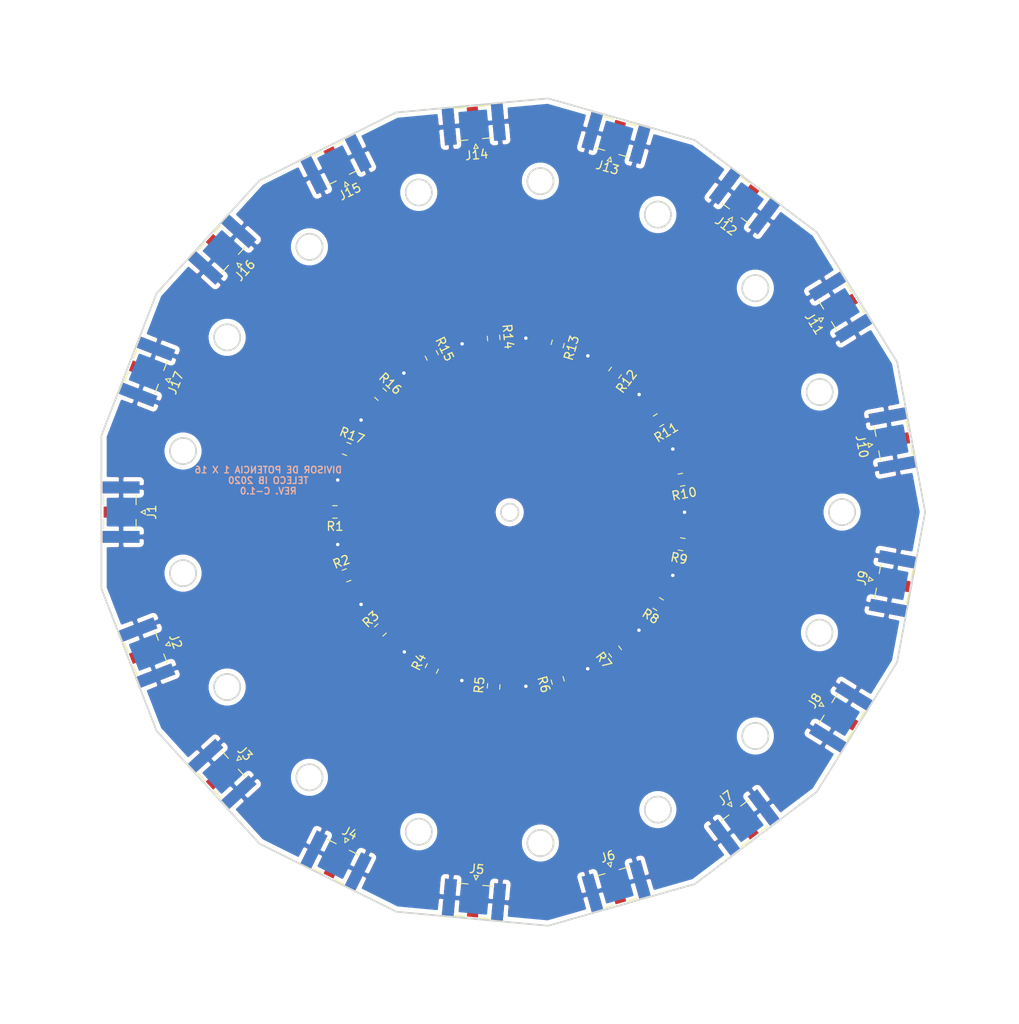
<source format=kicad_pcb>
(kicad_pcb (version 20171130) (host pcbnew 5.1.6-c6e7f7d~86~ubuntu18.04.1)
  (title_block (title "Divisor de potencia resistivo 1x16 - Coplanar") (date 2020-05-13) (rev PCB-C-1.0) (company "Instituto Balseiro") (comment 1 "Ingeniería en Telecomunicaciones") (comment 2 "Quinteros del Castillo, José Ignacio") (comment 3 "Sistema para Emulación, Adquisición y Procesamiento de Datos de Matrices de Sensores"))
  (layers (0 F.Cu signal) (31 B.Cu signal hide) (34 B.Paste user hide) (35 F.Paste user) (36 B.SilkS user hide) (37 F.SilkS user) (38 B.Mask user hide) (39 F.Mask user) (44 Edge.Cuts user))
  (net 0 "")
  (net 1 "Net-(J1-Pad1)")
  (net 2 GND)
  (net 3 "Net-(J2-Pad1)")
  (net 4 "Net-(J3-Pad1)")
  (net 5 "Net-(J4-Pad1)")
  (net 6 "Net-(J5-Pad1)")
  (net 7 "Net-(J6-Pad1)")
  (net 8 "Net-(J7-Pad1)")
  (net 9 "Net-(J8-Pad1)")
  (net 10 "Net-(J9-Pad1)")
  (net 11 "Net-(J10-Pad1)")
  (net 12 "Net-(J11-Pad1)")
  (net 13 "Net-(J12-Pad1)")
  (net 14 "Net-(J13-Pad1)")
  (net 15 "Net-(J14-Pad1)")
  (net 16 "Net-(J15-Pad1)")
  (net 17 "Net-(J16-Pad1)")
  (net 18 "Net-(J17-Pad1)")
  (net 19 "Net-(R1-Pad1)")
  (module Connector_Coaxial:SMA_Samtec_SMA-J-P-X-ST-EM1_EdgeMount (layer F.Cu) (at 81.162349 100.789239 270)
    (fp_text reference J1 (at 0 -3.5 90) (layer F.SilkS))
    (fp_text value SMA_Female)
    (fp_line (start 0.84 -1.71) (end 1.95 -1.71) (layer F.SilkS) (width 0.12))
    (fp_line (start -1.95 -1.71) (end -0.84 -1.71) (layer F.SilkS) (width 0.12))
    (fp_line (start 0.84 2) (end 1.95 2) (layer F.SilkS) (width 0.12))
    (fp_line (start -1.95 2) (end -0.84 2) (layer F.SilkS) (width 0.12))
    (fp_line (start 0 -2.26) (end 0.25 -2.76) (layer F.SilkS) (width 0.12))
    (fp_line (start 0.25 -2.76) (end -0.25 -2.76) (layer F.SilkS) (width 0.12))
    (fp_line (start -0.25 -2.76) (end 0 -2.26) (layer F.SilkS) (width 0.12))
    (pad 2 smd rect (at -2.825 0 270) (size 1.35 4.2) (layers B.Cu B.Paste B.Mask) (net 2 GND))
    (pad 2 smd rect (at 2.825 0 270) (size 1.35 4.2) (layers B.Cu B.Paste B.Mask) (net 2 GND))
    (pad 2 smd rect (at -2.825 0 270) (size 1.35 4.2) (layers F.Cu F.Paste F.Mask) (net 2 GND))
    (pad 2 smd rect (at 2.825 0 270) (size 1.35 4.2) (layers F.Cu F.Paste F.Mask) (net 2 GND))
    (pad 1 smd rect (at 0 0.2 270) (size 1.27 3.6) (layers F.Cu F.Paste F.Mask) (net 1 "Net-(J1-Pad1)"))
  )
  (module Resistor_SMD:R_0805_2012Metric_Pad1.15x1.40mm_HandSolder (layer F.Cu) (at 105.612347 100.764241 180)
    (fp_text reference R1 (at 0 -1.65) (layer F.SilkS))
    (fp_text value 43)
    (fp_line (start -0.261252 -0.71) (end 0.261252 -0.71) (layer F.SilkS) (width 0.12))
    (fp_line (start -0.261252 0.71) (end 0.261252 0.71) (layer F.SilkS) (width 0.12))
    (pad 2 smd roundrect (at 1.025 0 180) (size 1.15 1.4) (layers F.Cu F.Paste F.Mask) (roundrect_rratio 0.217391) (net 1 "Net-(J1-Pad1)"))
    (pad 1 smd roundrect (at -1.025 0 180) (size 1.15 1.4) (layers F.Cu F.Paste F.Mask) (roundrect_rratio 0.217391) (net 19 "Net-(R1-Pad1)"))
  )
  (module Resistor_SMD:R_0805_2012Metric_Pad1.15x1.40mm_HandSolder (layer F.Cu) (at 106.957352 93.564242 338.8)
    (fp_text reference R17 (at 0 -1.65 158.8) (layer F.SilkS))
    (fp_text value 43)
    (fp_line (start -0.261252 0.71) (end 0.261252 0.71) (layer F.SilkS) (width 0.12))
    (fp_line (start -0.261252 -0.71) (end 0.261252 -0.71) (layer F.SilkS) (width 0.12))
    (pad 1 smd roundrect (at -1.025 0 338.8) (size 1.15 1.4) (layers F.Cu F.Paste F.Mask) (roundrect_rratio 0.217391) (net 18 "Net-(J17-Pad1)"))
    (pad 2 smd roundrect (at 1.025 0 338.8) (size 1.15 1.4) (layers F.Cu F.Paste F.Mask) (roundrect_rratio 0.217391) (net 19 "Net-(R1-Pad1)"))
  )
  (module Resistor_SMD:R_0805_2012Metric_Pad1.15x1.40mm_HandSolder (layer F.Cu) (at 110.827354 87.314239 317.7)
    (fp_text reference R16 (at 0 -1.65 137.7) (layer F.SilkS))
    (fp_text value 43)
    (fp_line (start -0.261252 0.71) (end 0.261252 0.71) (layer F.SilkS) (width 0.12))
    (fp_line (start -0.261252 -0.71) (end 0.261252 -0.71) (layer F.SilkS) (width 0.12))
    (pad 1 smd roundrect (at -1.025 0 317.7) (size 1.15 1.4) (layers F.Cu F.Paste F.Mask) (roundrect_rratio 0.217391) (net 17 "Net-(J16-Pad1)"))
    (pad 2 smd roundrect (at 1.025 0 317.7) (size 1.15 1.4) (layers F.Cu F.Paste F.Mask) (roundrect_rratio 0.217391) (net 19 "Net-(R1-Pad1)"))
  )
  (module Resistor_SMD:R_0805_2012Metric_Pad1.15x1.40mm_HandSolder (layer F.Cu) (at 116.677349 82.874238 296.5)
    (fp_text reference R15 (at 0 -1.65 116.5) (layer F.SilkS))
    (fp_text value 43)
    (fp_line (start -0.261252 0.71) (end 0.261252 0.71) (layer F.SilkS) (width 0.12))
    (fp_line (start -0.261252 -0.71) (end 0.261252 -0.71) (layer F.SilkS) (width 0.12))
    (pad 1 smd roundrect (at -1.025 0 296.5) (size 1.15 1.4) (layers F.Cu F.Paste F.Mask) (roundrect_rratio 0.217391) (net 16 "Net-(J15-Pad1)"))
    (pad 2 smd roundrect (at 1.025 0 296.5) (size 1.15 1.4) (layers F.Cu F.Paste F.Mask) (roundrect_rratio 0.217391) (net 19 "Net-(R1-Pad1)"))
  )
  (module Resistor_SMD:R_0805_2012Metric_Pad1.15x1.40mm_HandSolder (layer F.Cu) (at 123.75735 80.874241 275.3)
    (fp_text reference R14 (at 0 -1.65 95.3) (layer F.SilkS))
    (fp_text value 43)
    (fp_line (start -0.261252 0.71) (end 0.261252 0.71) (layer F.SilkS) (width 0.12))
    (fp_line (start -0.261252 -0.71) (end 0.261252 -0.71) (layer F.SilkS) (width 0.12))
    (pad 1 smd roundrect (at -1.025 0 275.3) (size 1.15 1.4) (layers F.Cu F.Paste F.Mask) (roundrect_rratio 0.217391) (net 15 "Net-(J14-Pad1)"))
    (pad 2 smd roundrect (at 1.025 0 275.3) (size 1.15 1.4) (layers F.Cu F.Paste F.Mask) (roundrect_rratio 0.217391) (net 19 "Net-(R1-Pad1)"))
  )
  (module Resistor_SMD:R_0805_2012Metric_Pad1.15x1.40mm_HandSolder (layer F.Cu) (at 131.077348 81.564237 254.1)
    (fp_text reference R13 (at 0 -1.65 74.1) (layer F.SilkS))
    (fp_text value 43)
    (fp_line (start -0.261252 0.71) (end 0.261252 0.71) (layer F.SilkS) (width 0.12))
    (fp_line (start -0.261252 -0.71) (end 0.261252 -0.71) (layer F.SilkS) (width 0.12))
    (pad 1 smd roundrect (at -1.025 0 254.1) (size 1.15 1.4) (layers F.Cu F.Paste F.Mask) (roundrect_rratio 0.217391) (net 14 "Net-(J13-Pad1)"))
    (pad 2 smd roundrect (at 1.025 0 254.1) (size 1.15 1.4) (layers F.Cu F.Paste F.Mask) (roundrect_rratio 0.217391) (net 19 "Net-(R1-Pad1)"))
  )
  (module Resistor_SMD:R_0805_2012Metric_Pad1.15x1.40mm_HandSolder (layer F.Cu) (at 137.637348 84.854239 233)
    (fp_text reference R12 (at 0 -1.65 53) (layer F.SilkS))
    (fp_text value 43)
    (fp_line (start -0.261252 0.71) (end 0.261252 0.71) (layer F.SilkS) (width 0.12))
    (fp_line (start -0.261252 -0.71) (end 0.261252 -0.71) (layer F.SilkS) (width 0.12))
    (pad 1 smd roundrect (at -1.025 0 233) (size 1.15 1.4) (layers F.Cu F.Paste F.Mask) (roundrect_rratio 0.217391) (net 13 "Net-(J12-Pad1)"))
    (pad 2 smd roundrect (at 1.025 0 233) (size 1.15 1.4) (layers F.Cu F.Paste F.Mask) (roundrect_rratio 0.217391) (net 19 "Net-(R1-Pad1)"))
  )
  (module Resistor_SMD:R_0805_2012Metric_Pad1.15x1.40mm_HandSolder (layer F.Cu) (at 142.607349 90.284239 211.8)
    (fp_text reference R11 (at 0 -1.65 31.8) (layer F.SilkS))
    (fp_text value 43)
    (fp_line (start -0.261252 0.71) (end 0.261252 0.71) (layer F.SilkS) (width 0.12))
    (fp_line (start -0.261252 -0.71) (end 0.261252 -0.71) (layer F.SilkS) (width 0.12))
    (pad 1 smd roundrect (at -1.025 0 211.8) (size 1.15 1.4) (layers F.Cu F.Paste F.Mask) (roundrect_rratio 0.217391) (net 12 "Net-(J11-Pad1)"))
    (pad 2 smd roundrect (at 1.025 0 211.8) (size 1.15 1.4) (layers F.Cu F.Paste F.Mask) (roundrect_rratio 0.217391) (net 19 "Net-(R1-Pad1)"))
  )
  (module Resistor_SMD:R_0805_2012Metric_Pad1.15x1.40mm_HandSolder (layer F.Cu) (at 145.237351 97.094241 190.6)
    (fp_text reference R10 (at 0 -1.65 10.6) (layer F.SilkS))
    (fp_text value 43)
    (fp_line (start -0.261252 0.71) (end 0.261252 0.71) (layer F.SilkS) (width 0.12))
    (fp_line (start -0.261252 -0.71) (end 0.261252 -0.71) (layer F.SilkS) (width 0.12))
    (pad 1 smd roundrect (at -1.025 0 190.6) (size 1.15 1.4) (layers F.Cu F.Paste F.Mask) (roundrect_rratio 0.217391) (net 11 "Net-(J10-Pad1)"))
    (pad 2 smd roundrect (at 1.025 0 190.6) (size 1.15 1.4) (layers F.Cu F.Paste F.Mask) (roundrect_rratio 0.217391) (net 19 "Net-(R1-Pad1)"))
  )
  (module Resistor_SMD:R_0805_2012Metric_Pad1.15x1.40mm_HandSolder (layer F.Cu) (at 145.257348 104.464239 169.4)
    (fp_text reference R9 (at 0 -1.65 169.4) (layer F.SilkS))
    (fp_text value 43)
    (fp_line (start -0.261252 0.71) (end 0.261252 0.71) (layer F.SilkS) (width 0.12))
    (fp_line (start -0.261252 -0.71) (end 0.261252 -0.71) (layer F.SilkS) (width 0.12))
    (pad 1 smd roundrect (at -1.025 0 169.4) (size 1.15 1.4) (layers F.Cu F.Paste F.Mask) (roundrect_rratio 0.217391) (net 10 "Net-(J9-Pad1)"))
    (pad 2 smd roundrect (at 1.025 0 169.4) (size 1.15 1.4) (layers F.Cu F.Paste F.Mask) (roundrect_rratio 0.217391) (net 19 "Net-(R1-Pad1)"))
  )
  (module Resistor_SMD:R_0805_2012Metric_Pad1.15x1.40mm_HandSolder (layer F.Cu) (at 142.567343 111.30424 148.3)
    (fp_text reference R8 (at 0 -1.65 148.3) (layer F.SilkS))
    (fp_text value 43)
    (fp_line (start -0.261252 0.71) (end 0.261252 0.71) (layer F.SilkS) (width 0.12))
    (fp_line (start -0.261252 -0.71) (end 0.261252 -0.71) (layer F.SilkS) (width 0.12))
    (pad 1 smd roundrect (at -1.025 0 148.3) (size 1.15 1.4) (layers F.Cu F.Paste F.Mask) (roundrect_rratio 0.217391) (net 9 "Net-(J8-Pad1)"))
    (pad 2 smd roundrect (at 1.025 0 148.3) (size 1.15 1.4) (layers F.Cu F.Paste F.Mask) (roundrect_rratio 0.217391) (net 19 "Net-(R1-Pad1)"))
  )
  (module Resistor_SMD:R_0805_2012Metric_Pad1.15x1.40mm_HandSolder (layer F.Cu) (at 137.647351 116.734239 127.1)
    (fp_text reference R7 (at 0 -1.65 127.1) (layer F.SilkS))
    (fp_text value 43)
    (fp_line (start -0.261252 0.71) (end 0.261252 0.71) (layer F.SilkS) (width 0.12))
    (fp_line (start -0.261252 -0.71) (end 0.261252 -0.71) (layer F.SilkS) (width 0.12))
    (pad 1 smd roundrect (at -1.025 0 127.1) (size 1.15 1.4) (layers F.Cu F.Paste F.Mask) (roundrect_rratio 0.217391) (net 8 "Net-(J7-Pad1)"))
    (pad 2 smd roundrect (at 1.025 0 127.1) (size 1.15 1.4) (layers F.Cu F.Paste F.Mask) (roundrect_rratio 0.217391) (net 19 "Net-(R1-Pad1)"))
  )
  (module Resistor_SMD:R_0805_2012Metric_Pad1.15x1.40mm_HandSolder (layer F.Cu) (at 131.077348 120.034238 105.9)
    (fp_text reference R6 (at 0 -1.65 105.9) (layer F.SilkS))
    (fp_text value 43)
    (fp_line (start -0.261252 0.71) (end 0.261252 0.71) (layer F.SilkS) (width 0.12))
    (fp_line (start -0.261252 -0.71) (end 0.261252 -0.71) (layer F.SilkS) (width 0.12))
    (pad 1 smd roundrect (at -1.025 0 105.9) (size 1.15 1.4) (layers F.Cu F.Paste F.Mask) (roundrect_rratio 0.217391) (net 7 "Net-(J6-Pad1)"))
    (pad 2 smd roundrect (at 1.025 0 105.9) (size 1.15 1.4) (layers F.Cu F.Paste F.Mask) (roundrect_rratio 0.217391) (net 19 "Net-(R1-Pad1)"))
  )
  (module Resistor_SMD:R_0805_2012Metric_Pad1.15x1.40mm_HandSolder (layer F.Cu) (at 123.757349 120.71424 84.7)
    (fp_text reference R5 (at 0 -1.65 84.7) (layer F.SilkS))
    (fp_text value 43)
    (fp_line (start -0.261252 0.71) (end 0.261252 0.71) (layer F.SilkS) (width 0.12))
    (fp_line (start -0.261252 -0.71) (end 0.261252 -0.71) (layer F.SilkS) (width 0.12))
    (pad 1 smd roundrect (at -1.025 0 84.7) (size 1.15 1.4) (layers F.Cu F.Paste F.Mask) (roundrect_rratio 0.217391) (net 6 "Net-(J5-Pad1)"))
    (pad 2 smd roundrect (at 1.025 0 84.7) (size 1.15 1.4) (layers F.Cu F.Paste F.Mask) (roundrect_rratio 0.217391) (net 19 "Net-(R1-Pad1)"))
  )
  (module Resistor_SMD:R_0805_2012Metric_Pad1.15x1.40mm_HandSolder (layer F.Cu) (at 116.68735 118.664241 63.6)
    (fp_text reference R4 (at 0 -1.65 63.6) (layer F.SilkS))
    (fp_text value 43)
    (fp_line (start -0.261252 -0.71) (end 0.261252 -0.71) (layer F.SilkS) (width 0.12))
    (fp_line (start -0.261252 0.71) (end 0.261252 0.71) (layer F.SilkS) (width 0.12))
    (pad 2 smd roundrect (at 1.025 0 63.6) (size 1.15 1.4) (layers F.Cu F.Paste F.Mask) (roundrect_rratio 0.217391) (net 19 "Net-(R1-Pad1)"))
    (pad 1 smd roundrect (at -1.025 0 63.6) (size 1.15 1.4) (layers F.Cu F.Paste F.Mask) (roundrect_rratio 0.217391) (net 5 "Net-(J4-Pad1)"))
  )
  (module Resistor_SMD:R_0805_2012Metric_Pad1.15x1.40mm_HandSolder (layer F.Cu) (at 110.812349 114.264237 42.4)
    (fp_text reference R3 (at 0 -1.65 42.4) (layer F.SilkS))
    (fp_text value 43)
    (fp_line (start -0.261252 -0.71) (end 0.261252 -0.71) (layer F.SilkS) (width 0.12))
    (fp_line (start -0.261252 0.71) (end 0.261252 0.71) (layer F.SilkS) (width 0.12))
    (pad 2 smd roundrect (at 1.025 0 42.4) (size 1.15 1.4) (layers F.Cu F.Paste F.Mask) (roundrect_rratio 0.217391) (net 19 "Net-(R1-Pad1)"))
    (pad 1 smd roundrect (at -1.025 0 42.4) (size 1.15 1.4) (layers F.Cu F.Paste F.Mask) (roundrect_rratio 0.217391) (net 4 "Net-(J3-Pad1)"))
  )
  (module Resistor_SMD:R_0805_2012Metric_Pad1.15x1.40mm_HandSolder (layer F.Cu) (at 106.937352 108.01424 21.2)
    (fp_text reference R2 (at 0 -1.65 21.2) (layer F.SilkS))
    (fp_text value 43)
    (fp_line (start -0.261252 -0.71) (end 0.261252 -0.71) (layer F.SilkS) (width 0.12))
    (fp_line (start -0.261252 0.71) (end 0.261252 0.71) (layer F.SilkS) (width 0.12))
    (pad 2 smd roundrect (at 1.025 0 21.2) (size 1.15 1.4) (layers F.Cu F.Paste F.Mask) (roundrect_rratio 0.217391) (net 19 "Net-(R1-Pad1)"))
    (pad 1 smd roundrect (at -1.025 0 21.2) (size 1.15 1.4) (layers F.Cu F.Paste F.Mask) (roundrect_rratio 0.217391) (net 3 "Net-(J2-Pad1)"))
  )
  (module Connector_Coaxial:SMA_Samtec_SMA-J-P-X-ST-EM1_EdgeMount (layer F.Cu) (at 84.137349 84.754241 248.8)
    (fp_text reference J17 (at 0 -3.5 68.8) (layer F.SilkS))
    (fp_text value SMA_Female)
    (fp_line (start 0.84 -1.71) (end 1.95 -1.71) (layer F.SilkS) (width 0.12))
    (fp_line (start -1.95 -1.71) (end -0.84 -1.71) (layer F.SilkS) (width 0.12))
    (fp_line (start 0.84 2) (end 1.95 2) (layer F.SilkS) (width 0.12))
    (fp_line (start -1.95 2) (end -0.84 2) (layer F.SilkS) (width 0.12))
    (fp_line (start 0 -2.26) (end 0.25 -2.76) (layer F.SilkS) (width 0.12))
    (fp_line (start 0.25 -2.76) (end -0.25 -2.76) (layer F.SilkS) (width 0.12))
    (fp_line (start -0.25 -2.76) (end 0 -2.26) (layer F.SilkS) (width 0.12))
    (pad 2 smd rect (at -2.825 0 248.8) (size 1.35 4.2) (layers B.Cu B.Paste B.Mask) (net 2 GND))
    (pad 2 smd rect (at 2.825 0 248.8) (size 1.35 4.2) (layers B.Cu B.Paste B.Mask) (net 2 GND))
    (pad 2 smd rect (at -2.825 0 248.8) (size 1.35 4.2) (layers F.Cu F.Paste F.Mask) (net 2 GND))
    (pad 2 smd rect (at 2.825 0 248.8) (size 1.35 4.2) (layers F.Cu F.Paste F.Mask) (net 2 GND))
    (pad 1 smd rect (at 0 0.2 248.8) (size 1.27 3.6) (layers F.Cu F.Paste F.Mask) (net 18 "Net-(J17-Pad1)"))
  )
  (module Connector_Coaxial:SMA_Samtec_SMA-J-P-X-ST-EM1_EdgeMount (layer F.Cu) (at 92.737348 70.794243 227.7)
    (fp_text reference J16 (at 0 -3.5 47.7) (layer F.SilkS))
    (fp_text value SMA_Female)
    (fp_line (start 0.84 -1.71) (end 1.95 -1.71) (layer F.SilkS) (width 0.12))
    (fp_line (start -1.95 -1.71) (end -0.84 -1.71) (layer F.SilkS) (width 0.12))
    (fp_line (start 0.84 2) (end 1.95 2) (layer F.SilkS) (width 0.12))
    (fp_line (start -1.95 2) (end -0.84 2) (layer F.SilkS) (width 0.12))
    (fp_line (start 0 -2.26) (end 0.25 -2.76) (layer F.SilkS) (width 0.12))
    (fp_line (start 0.25 -2.76) (end -0.25 -2.76) (layer F.SilkS) (width 0.12))
    (fp_line (start -0.25 -2.76) (end 0 -2.26) (layer F.SilkS) (width 0.12))
    (pad 2 smd rect (at -2.825 0 227.7) (size 1.35 4.2) (layers B.Cu B.Paste B.Mask) (net 2 GND))
    (pad 2 smd rect (at 2.825 0 227.7) (size 1.35 4.2) (layers B.Cu B.Paste B.Mask) (net 2 GND))
    (pad 2 smd rect (at -2.825 0 227.7) (size 1.35 4.2) (layers F.Cu F.Paste F.Mask) (net 2 GND))
    (pad 2 smd rect (at 2.825 0 227.7) (size 1.35 4.2) (layers F.Cu F.Paste F.Mask) (net 2 GND))
    (pad 1 smd rect (at 0 0.2 227.7) (size 1.27 3.6) (layers F.Cu F.Paste F.Mask) (net 17 "Net-(J16-Pad1)"))
  )
  (module Connector_Coaxial:SMA_Samtec_SMA-J-P-X-ST-EM1_EdgeMount (layer F.Cu) (at 105.747347 61.014238 206.5)
    (fp_text reference J15 (at 0 -3.5 26.5) (layer F.SilkS))
    (fp_text value SMA_Female)
    (fp_line (start 0.84 -1.71) (end 1.95 -1.71) (layer F.SilkS) (width 0.12))
    (fp_line (start -1.95 -1.71) (end -0.84 -1.71) (layer F.SilkS) (width 0.12))
    (fp_line (start 0.84 2) (end 1.95 2) (layer F.SilkS) (width 0.12))
    (fp_line (start -1.95 2) (end -0.84 2) (layer F.SilkS) (width 0.12))
    (fp_line (start 0 -2.26) (end 0.25 -2.76) (layer F.SilkS) (width 0.12))
    (fp_line (start 0.25 -2.76) (end -0.25 -2.76) (layer F.SilkS) (width 0.12))
    (fp_line (start -0.25 -2.76) (end 0 -2.26) (layer F.SilkS) (width 0.12))
    (pad 2 smd rect (at -2.825 0 206.5) (size 1.35 4.2) (layers B.Cu B.Paste B.Mask) (net 2 GND))
    (pad 2 smd rect (at 2.825 0 206.5) (size 1.35 4.2) (layers B.Cu B.Paste B.Mask) (net 2 GND))
    (pad 2 smd rect (at -2.825 0 206.5) (size 1.35 4.2) (layers F.Cu F.Paste F.Mask) (net 2 GND))
    (pad 2 smd rect (at 2.825 0 206.5) (size 1.35 4.2) (layers F.Cu F.Paste F.Mask) (net 2 GND))
    (pad 1 smd rect (at 0 0.2 206.5) (size 1.27 3.6) (layers F.Cu F.Paste F.Mask) (net 16 "Net-(J15-Pad1)"))
  )
  (module Connector_Coaxial:SMA_Samtec_SMA-J-P-X-ST-EM1_EdgeMount (layer F.Cu) (at 121.487345 56.454241 185.3)
    (fp_text reference J14 (at 0 -3.5 5.3) (layer F.SilkS))
    (fp_text value SMA_Female)
    (fp_line (start 0.84 -1.71) (end 1.95 -1.71) (layer F.SilkS) (width 0.12))
    (fp_line (start -1.95 -1.71) (end -0.84 -1.71) (layer F.SilkS) (width 0.12))
    (fp_line (start 0.84 2) (end 1.95 2) (layer F.SilkS) (width 0.12))
    (fp_line (start -1.95 2) (end -0.84 2) (layer F.SilkS) (width 0.12))
    (fp_line (start 0 -2.26) (end 0.25 -2.76) (layer F.SilkS) (width 0.12))
    (fp_line (start 0.25 -2.76) (end -0.25 -2.76) (layer F.SilkS) (width 0.12))
    (fp_line (start -0.25 -2.76) (end 0 -2.26) (layer F.SilkS) (width 0.12))
    (pad 2 smd rect (at -2.825 0 185.3) (size 1.35 4.2) (layers B.Cu B.Paste B.Mask) (net 2 GND))
    (pad 2 smd rect (at 2.825 0 185.3) (size 1.35 4.2) (layers B.Cu B.Paste B.Mask) (net 2 GND))
    (pad 2 smd rect (at -2.825 0 185.3) (size 1.35 4.2) (layers F.Cu F.Paste F.Mask) (net 2 GND))
    (pad 2 smd rect (at 2.825 0 185.3) (size 1.35 4.2) (layers F.Cu F.Paste F.Mask) (net 2 GND))
    (pad 1 smd rect (at 0 0.2 185.3) (size 1.27 3.6) (layers F.Cu F.Paste F.Mask) (net 15 "Net-(J14-Pad1)"))
  )
  (module Connector_Coaxial:SMA_Samtec_SMA-J-P-X-ST-EM1_EdgeMount (layer F.Cu) (at 137.737348 58.024239 164.1)
    (fp_text reference J13 (at 0 -3.5 164.1) (layer F.SilkS))
    (fp_text value SMA_Female)
    (fp_line (start 0.84 -1.71) (end 1.95 -1.71) (layer F.SilkS) (width 0.12))
    (fp_line (start -1.95 -1.71) (end -0.84 -1.71) (layer F.SilkS) (width 0.12))
    (fp_line (start 0.84 2) (end 1.95 2) (layer F.SilkS) (width 0.12))
    (fp_line (start -1.95 2) (end -0.84 2) (layer F.SilkS) (width 0.12))
    (fp_line (start 0 -2.26) (end 0.25 -2.76) (layer F.SilkS) (width 0.12))
    (fp_line (start 0.25 -2.76) (end -0.25 -2.76) (layer F.SilkS) (width 0.12))
    (fp_line (start -0.25 -2.76) (end 0 -2.26) (layer F.SilkS) (width 0.12))
    (pad 2 smd rect (at -2.825 0 164.1) (size 1.35 4.2) (layers B.Cu B.Paste B.Mask) (net 2 GND))
    (pad 2 smd rect (at 2.825 0 164.1) (size 1.35 4.2) (layers B.Cu B.Paste B.Mask) (net 2 GND))
    (pad 2 smd rect (at -2.825 0 164.1) (size 1.35 4.2) (layers F.Cu F.Paste F.Mask) (net 2 GND))
    (pad 2 smd rect (at 2.825 0 164.1) (size 1.35 4.2) (layers F.Cu F.Paste F.Mask) (net 2 GND))
    (pad 1 smd rect (at 0 0.2 164.1) (size 1.27 3.6) (layers F.Cu F.Paste F.Mask) (net 14 "Net-(J13-Pad1)"))
  )
  (module Connector_Coaxial:SMA_Samtec_SMA-J-P-X-ST-EM1_EdgeMount (layer F.Cu) (at 152.42735 65.264241 143)
    (fp_text reference J12 (at 0 -3.5 143) (layer F.SilkS))
    (fp_text value SMA_Female)
    (fp_line (start 0.84 -1.71) (end 1.95 -1.71) (layer F.SilkS) (width 0.12))
    (fp_line (start -1.95 -1.71) (end -0.84 -1.71) (layer F.SilkS) (width 0.12))
    (fp_line (start 0.84 2) (end 1.95 2) (layer F.SilkS) (width 0.12))
    (fp_line (start -1.95 2) (end -0.84 2) (layer F.SilkS) (width 0.12))
    (fp_line (start 0 -2.26) (end 0.25 -2.76) (layer F.SilkS) (width 0.12))
    (fp_line (start 0.25 -2.76) (end -0.25 -2.76) (layer F.SilkS) (width 0.12))
    (fp_line (start -0.25 -2.76) (end 0 -2.26) (layer F.SilkS) (width 0.12))
    (pad 2 smd rect (at -2.825 0 143) (size 1.35 4.2) (layers B.Cu B.Paste B.Mask) (net 2 GND))
    (pad 2 smd rect (at 2.825 0 143) (size 1.35 4.2) (layers B.Cu B.Paste B.Mask) (net 2 GND))
    (pad 2 smd rect (at -2.825 0 143) (size 1.35 4.2) (layers F.Cu F.Paste F.Mask) (net 2 GND))
    (pad 2 smd rect (at 2.825 0 143) (size 1.35 4.2) (layers F.Cu F.Paste F.Mask) (net 2 GND))
    (pad 1 smd rect (at 0 0.2 143) (size 1.27 3.6) (layers F.Cu F.Paste F.Mask) (net 13 "Net-(J12-Pad1)"))
  )
  (module Connector_Coaxial:SMA_Samtec_SMA-J-P-X-ST-EM1_EdgeMount (layer F.Cu) (at 163.387353 77.389235 121.8)
    (fp_text reference J11 (at 0 -3.5 121.8) (layer F.SilkS))
    (fp_text value SMA_Female)
    (fp_line (start 0.84 -1.71) (end 1.95 -1.71) (layer F.SilkS) (width 0.12))
    (fp_line (start -1.95 -1.71) (end -0.84 -1.71) (layer F.SilkS) (width 0.12))
    (fp_line (start 0.84 2) (end 1.95 2) (layer F.SilkS) (width 0.12))
    (fp_line (start -1.95 2) (end -0.84 2) (layer F.SilkS) (width 0.12))
    (fp_line (start 0 -2.26) (end 0.25 -2.76) (layer F.SilkS) (width 0.12))
    (fp_line (start 0.25 -2.76) (end -0.25 -2.76) (layer F.SilkS) (width 0.12))
    (fp_line (start -0.25 -2.76) (end 0 -2.26) (layer F.SilkS) (width 0.12))
    (pad 2 smd rect (at -2.825 0 121.8) (size 1.35 4.2) (layers B.Cu B.Paste B.Mask) (net 2 GND))
    (pad 2 smd rect (at 2.825 0 121.8) (size 1.35 4.2) (layers B.Cu B.Paste B.Mask) (net 2 GND))
    (pad 2 smd rect (at -2.825 0 121.8) (size 1.35 4.2) (layers F.Cu F.Paste F.Mask) (net 2 GND))
    (pad 2 smd rect (at 2.825 0 121.8) (size 1.35 4.2) (layers F.Cu F.Paste F.Mask) (net 2 GND))
    (pad 1 smd rect (at 0 0.2 121.8) (size 1.27 3.6) (layers F.Cu F.Paste F.Mask) (net 12 "Net-(J11-Pad1)"))
  )
  (module Connector_Coaxial:SMA_Samtec_SMA-J-P-X-ST-EM1_EdgeMount (layer F.Cu) (at 169.312351 92.639241 100.6)
    (fp_text reference J10 (at 0 -3.5 100.6) (layer F.SilkS))
    (fp_text value SMA_Female)
    (fp_line (start 0.84 -1.71) (end 1.95 -1.71) (layer F.SilkS) (width 0.12))
    (fp_line (start -1.95 -1.71) (end -0.84 -1.71) (layer F.SilkS) (width 0.12))
    (fp_line (start 0.84 2) (end 1.95 2) (layer F.SilkS) (width 0.12))
    (fp_line (start -1.95 2) (end -0.84 2) (layer F.SilkS) (width 0.12))
    (fp_line (start 0 -2.26) (end 0.25 -2.76) (layer F.SilkS) (width 0.12))
    (fp_line (start 0.25 -2.76) (end -0.25 -2.76) (layer F.SilkS) (width 0.12))
    (fp_line (start -0.25 -2.76) (end 0 -2.26) (layer F.SilkS) (width 0.12))
    (pad 2 smd rect (at -2.825 0 100.6) (size 1.35 4.2) (layers B.Cu B.Paste B.Mask) (net 2 GND))
    (pad 2 smd rect (at 2.825 0 100.6) (size 1.35 4.2) (layers B.Cu B.Paste B.Mask) (net 2 GND))
    (pad 2 smd rect (at -2.825 0 100.6) (size 1.35 4.2) (layers F.Cu F.Paste F.Mask) (net 2 GND))
    (pad 2 smd rect (at 2.825 0 100.6) (size 1.35 4.2) (layers F.Cu F.Paste F.Mask) (net 2 GND))
    (pad 1 smd rect (at 0 0.2 100.6) (size 1.27 3.6) (layers F.Cu F.Paste F.Mask) (net 11 "Net-(J10-Pad1)"))
  )
  (module Connector_Coaxial:SMA_Samtec_SMA-J-P-X-ST-EM1_EdgeMount (layer F.Cu) (at 169.362352 108.96424 79.4)
    (fp_text reference J9 (at 0 -3.5 79.4) (layer F.SilkS))
    (fp_text value SMA_Female)
    (fp_line (start 0.84 -1.71) (end 1.95 -1.71) (layer F.SilkS) (width 0.12))
    (fp_line (start -1.95 -1.71) (end -0.84 -1.71) (layer F.SilkS) (width 0.12))
    (fp_line (start 0.84 2) (end 1.95 2) (layer F.SilkS) (width 0.12))
    (fp_line (start -1.95 2) (end -0.84 2) (layer F.SilkS) (width 0.12))
    (fp_line (start 0 -2.26) (end 0.25 -2.76) (layer F.SilkS) (width 0.12))
    (fp_line (start 0.25 -2.76) (end -0.25 -2.76) (layer F.SilkS) (width 0.12))
    (fp_line (start -0.25 -2.76) (end 0 -2.26) (layer F.SilkS) (width 0.12))
    (pad 2 smd rect (at -2.825 0 79.4) (size 1.35 4.2) (layers B.Cu B.Paste B.Mask) (net 2 GND))
    (pad 2 smd rect (at 2.825 0 79.4) (size 1.35 4.2) (layers B.Cu B.Paste B.Mask) (net 2 GND))
    (pad 2 smd rect (at -2.825 0 79.4) (size 1.35 4.2) (layers F.Cu F.Paste F.Mask) (net 2 GND))
    (pad 2 smd rect (at 2.825 0 79.4) (size 1.35 4.2) (layers F.Cu F.Paste F.Mask) (net 2 GND))
    (pad 1 smd rect (at 0 0.2 79.4) (size 1.27 3.6) (layers F.Cu F.Paste F.Mask) (net 10 "Net-(J9-Pad1)"))
  )
  (module Connector_Coaxial:SMA_Samtec_SMA-J-P-X-ST-EM1_EdgeMount (layer F.Cu) (at 163.43735 124.189235 58.3)
    (fp_text reference J8 (at 0 -3.5 58.3) (layer F.SilkS))
    (fp_text value SMA_Female)
    (fp_line (start 0.84 -1.71) (end 1.95 -1.71) (layer F.SilkS) (width 0.12))
    (fp_line (start -1.95 -1.71) (end -0.84 -1.71) (layer F.SilkS) (width 0.12))
    (fp_line (start 0.84 2) (end 1.95 2) (layer F.SilkS) (width 0.12))
    (fp_line (start -1.95 2) (end -0.84 2) (layer F.SilkS) (width 0.12))
    (fp_line (start 0 -2.26) (end 0.25 -2.76) (layer F.SilkS) (width 0.12))
    (fp_line (start 0.25 -2.76) (end -0.25 -2.76) (layer F.SilkS) (width 0.12))
    (fp_line (start -0.25 -2.76) (end 0 -2.26) (layer F.SilkS) (width 0.12))
    (pad 2 smd rect (at -2.825 0 58.3) (size 1.35 4.2) (layers B.Cu B.Paste B.Mask) (net 2 GND))
    (pad 2 smd rect (at 2.825 0 58.3) (size 1.35 4.2) (layers B.Cu B.Paste B.Mask) (net 2 GND))
    (pad 2 smd rect (at -2.825 0 58.3) (size 1.35 4.2) (layers F.Cu F.Paste F.Mask) (net 2 GND))
    (pad 2 smd rect (at 2.825 0 58.3) (size 1.35 4.2) (layers F.Cu F.Paste F.Mask) (net 2 GND))
    (pad 1 smd rect (at 0 0.2 58.3) (size 1.27 3.6) (layers F.Cu F.Paste F.Mask) (net 9 "Net-(J8-Pad1)"))
  )
  (module Connector_Coaxial:SMA_Samtec_SMA-J-P-X-ST-EM1_EdgeMount (layer F.Cu) (at 152.362351 136.264239 37.1)
    (fp_text reference J7 (at 0 -3.5 37.1) (layer F.SilkS))
    (fp_text value SMA_Female)
    (fp_line (start 0.84 -1.71) (end 1.95 -1.71) (layer F.SilkS) (width 0.12))
    (fp_line (start -1.95 -1.71) (end -0.84 -1.71) (layer F.SilkS) (width 0.12))
    (fp_line (start 0.84 2) (end 1.95 2) (layer F.SilkS) (width 0.12))
    (fp_line (start -1.95 2) (end -0.84 2) (layer F.SilkS) (width 0.12))
    (fp_line (start 0 -2.26) (end 0.25 -2.76) (layer F.SilkS) (width 0.12))
    (fp_line (start 0.25 -2.76) (end -0.25 -2.76) (layer F.SilkS) (width 0.12))
    (fp_line (start -0.25 -2.76) (end 0 -2.26) (layer F.SilkS) (width 0.12))
    (pad 2 smd rect (at -2.825 0 37.1) (size 1.35 4.2) (layers B.Cu B.Paste B.Mask) (net 2 GND))
    (pad 2 smd rect (at 2.825 0 37.1) (size 1.35 4.2) (layers B.Cu B.Paste B.Mask) (net 2 GND))
    (pad 2 smd rect (at -2.825 0 37.1) (size 1.35 4.2) (layers F.Cu F.Paste F.Mask) (net 2 GND))
    (pad 2 smd rect (at 2.825 0 37.1) (size 1.35 4.2) (layers F.Cu F.Paste F.Mask) (net 2 GND))
    (pad 1 smd rect (at 0 0.2 37.1) (size 1.27 3.6) (layers F.Cu F.Paste F.Mask) (net 8 "Net-(J7-Pad1)"))
  )
  (module Connector_Coaxial:SMA_Samtec_SMA-J-P-X-ST-EM1_EdgeMount (layer F.Cu) (at 137.762353 143.539239 15.9)
    (fp_text reference J6 (at 0 -3.5 15.9) (layer F.SilkS))
    (fp_text value SMA_Female)
    (fp_line (start 0.84 -1.71) (end 1.95 -1.71) (layer F.SilkS) (width 0.12))
    (fp_line (start -1.95 -1.71) (end -0.84 -1.71) (layer F.SilkS) (width 0.12))
    (fp_line (start 0.84 2) (end 1.95 2) (layer F.SilkS) (width 0.12))
    (fp_line (start -1.95 2) (end -0.84 2) (layer F.SilkS) (width 0.12))
    (fp_line (start 0 -2.26) (end 0.25 -2.76) (layer F.SilkS) (width 0.12))
    (fp_line (start 0.25 -2.76) (end -0.25 -2.76) (layer F.SilkS) (width 0.12))
    (fp_line (start -0.25 -2.76) (end 0 -2.26) (layer F.SilkS) (width 0.12))
    (pad 2 smd rect (at -2.825 0 15.9) (size 1.35 4.2) (layers B.Cu B.Paste B.Mask) (net 2 GND))
    (pad 2 smd rect (at 2.825 0 15.9) (size 1.35 4.2) (layers B.Cu B.Paste B.Mask) (net 2 GND))
    (pad 2 smd rect (at -2.825 0 15.9) (size 1.35 4.2) (layers F.Cu F.Paste F.Mask) (net 2 GND))
    (pad 2 smd rect (at 2.825 0 15.9) (size 1.35 4.2) (layers F.Cu F.Paste F.Mask) (net 2 GND))
    (pad 1 smd rect (at 0 0.2 15.9) (size 1.27 3.6) (layers F.Cu F.Paste F.Mask) (net 7 "Net-(J6-Pad1)"))
  )
  (module Connector_Coaxial:SMA_Samtec_SMA-J-P-X-ST-EM1_EdgeMount (layer F.Cu) (at 121.512351 145.089242 354.7)
    (fp_text reference J5 (at 0 -3.5 174.7) (layer F.SilkS))
    (fp_text value SMA_Female)
    (fp_line (start 0.84 -1.71) (end 1.95 -1.71) (layer F.SilkS) (width 0.12))
    (fp_line (start -1.95 -1.71) (end -0.84 -1.71) (layer F.SilkS) (width 0.12))
    (fp_line (start 0.84 2) (end 1.95 2) (layer F.SilkS) (width 0.12))
    (fp_line (start -1.95 2) (end -0.84 2) (layer F.SilkS) (width 0.12))
    (fp_line (start 0 -2.26) (end 0.25 -2.76) (layer F.SilkS) (width 0.12))
    (fp_line (start 0.25 -2.76) (end -0.25 -2.76) (layer F.SilkS) (width 0.12))
    (fp_line (start -0.25 -2.76) (end 0 -2.26) (layer F.SilkS) (width 0.12))
    (pad 2 smd rect (at -2.825 0 354.7) (size 1.35 4.2) (layers B.Cu B.Paste B.Mask) (net 2 GND))
    (pad 2 smd rect (at 2.825 0 354.7) (size 1.35 4.2) (layers B.Cu B.Paste B.Mask) (net 2 GND))
    (pad 2 smd rect (at -2.825 0 354.7) (size 1.35 4.2) (layers F.Cu F.Paste F.Mask) (net 2 GND))
    (pad 2 smd rect (at 2.825 0 354.7) (size 1.35 4.2) (layers F.Cu F.Paste F.Mask) (net 2 GND))
    (pad 1 smd rect (at 0 0.2 354.7) (size 1.27 3.6) (layers F.Cu F.Paste F.Mask) (net 6 "Net-(J5-Pad1)"))
  )
  (module Connector_Coaxial:SMA_Samtec_SMA-J-P-X-ST-EM1_EdgeMount (layer F.Cu) (at 105.751274 140.610095 333.6)
    (fp_text reference J4 (at 0 -3.5 153.6) (layer F.SilkS))
    (fp_text value SMA_Female)
    (fp_line (start 0.84 -1.71) (end 1.95 -1.71) (layer F.SilkS) (width 0.12))
    (fp_line (start -1.95 -1.71) (end -0.84 -1.71) (layer F.SilkS) (width 0.12))
    (fp_line (start 0.84 2) (end 1.95 2) (layer F.SilkS) (width 0.12))
    (fp_line (start -1.95 2) (end -0.84 2) (layer F.SilkS) (width 0.12))
    (fp_line (start 0 -2.26) (end 0.25 -2.76) (layer F.SilkS) (width 0.12))
    (fp_line (start 0.25 -2.76) (end -0.25 -2.76) (layer F.SilkS) (width 0.12))
    (fp_line (start -0.25 -2.76) (end 0 -2.26) (layer F.SilkS) (width 0.12))
    (pad 2 smd rect (at -2.825 0 333.6) (size 1.35 4.2) (layers B.Cu B.Paste B.Mask) (net 2 GND))
    (pad 2 smd rect (at 2.825 0 333.6) (size 1.35 4.2) (layers B.Cu B.Paste B.Mask) (net 2 GND))
    (pad 2 smd rect (at -2.825 0 333.6) (size 1.35 4.2) (layers F.Cu F.Paste F.Mask) (net 2 GND))
    (pad 2 smd rect (at 2.825 0 333.6) (size 1.35 4.2) (layers F.Cu F.Paste F.Mask) (net 2 GND))
    (pad 1 smd rect (at 0 0.2 333.6) (size 1.27 3.6) (layers F.Cu F.Paste F.Mask) (net 5 "Net-(J4-Pad1)"))
  )
  (module Connector_Coaxial:SMA_Samtec_SMA-J-P-X-ST-EM1_EdgeMount (layer F.Cu) (at 92.735036 130.714237 312.4)
    (fp_text reference J3 (at 0 -3.5 132.4) (layer F.SilkS))
    (fp_text value SMA_Female)
    (fp_line (start 0.84 -1.71) (end 1.95 -1.71) (layer F.SilkS) (width 0.12))
    (fp_line (start -1.95 -1.71) (end -0.84 -1.71) (layer F.SilkS) (width 0.12))
    (fp_line (start 0.84 2) (end 1.95 2) (layer F.SilkS) (width 0.12))
    (fp_line (start -1.95 2) (end -0.84 2) (layer F.SilkS) (width 0.12))
    (fp_line (start 0 -2.26) (end 0.25 -2.76) (layer F.SilkS) (width 0.12))
    (fp_line (start 0.25 -2.76) (end -0.25 -2.76) (layer F.SilkS) (width 0.12))
    (fp_line (start -0.25 -2.76) (end 0 -2.26) (layer F.SilkS) (width 0.12))
    (pad 2 smd rect (at -2.825 0 312.4) (size 1.35 4.2) (layers B.Cu B.Paste B.Mask) (net 2 GND))
    (pad 2 smd rect (at 2.825 0 312.4) (size 1.35 4.2) (layers B.Cu B.Paste B.Mask) (net 2 GND))
    (pad 2 smd rect (at -2.825 0 312.4) (size 1.35 4.2) (layers F.Cu F.Paste F.Mask) (net 2 GND))
    (pad 2 smd rect (at 2.825 0 312.4) (size 1.35 4.2) (layers F.Cu F.Paste F.Mask) (net 2 GND))
    (pad 1 smd rect (at 0 0.2 312.4) (size 1.27 3.6) (layers F.Cu F.Paste F.Mask) (net 4 "Net-(J3-Pad1)"))
  )
  (module Connector_Coaxial:SMA_Samtec_SMA-J-P-X-ST-EM1_EdgeMount (layer F.Cu) (at 84.137351 116.839241 291.2)
    (fp_text reference J2 (at 0 -3.5 111.2) (layer F.SilkS))
    (fp_text value SMA_Female)
    (fp_line (start 0.84 -1.71) (end 1.95 -1.71) (layer F.SilkS) (width 0.12))
    (fp_line (start -1.95 -1.71) (end -0.84 -1.71) (layer F.SilkS) (width 0.12))
    (fp_line (start 0.84 2) (end 1.95 2) (layer F.SilkS) (width 0.12))
    (fp_line (start -1.95 2) (end -0.84 2) (layer F.SilkS) (width 0.12))
    (fp_line (start 0 -2.26) (end 0.25 -2.76) (layer F.SilkS) (width 0.12))
    (fp_line (start 0.25 -2.76) (end -0.25 -2.76) (layer F.SilkS) (width 0.12))
    (fp_line (start -0.25 -2.76) (end 0 -2.26) (layer F.SilkS) (width 0.12))
    (pad 2 smd rect (at -2.825 0 291.2) (size 1.35 4.2) (layers B.Cu B.Paste B.Mask) (net 2 GND))
    (pad 2 smd rect (at 2.825 0 291.2) (size 1.35 4.2) (layers B.Cu B.Paste B.Mask) (net 2 GND))
    (pad 2 smd rect (at -2.825 0 291.2) (size 1.35 4.2) (layers F.Cu F.Paste F.Mask) (net 2 GND))
    (pad 2 smd rect (at 2.825 0 291.2) (size 1.35 4.2) (layers F.Cu F.Paste F.Mask) (net 2 GND))
    (pad 1 smd rect (at 0 0.2 291.2) (size 1.27 3.6) (layers F.Cu F.Paste F.Mask) (net 3 "Net-(J2-Pad1)"))
  )
  (gr_text "DIVISOR DE POTENCIA 1 X 16\nTELECO IB 2020\nREV. C-1.0" (at 97.99 97.17) (layer B.SilkS) (effects (font (size 0.75 0.75)) (justify mirror)))
  (gr_circle (center 161.028957 87.057492) (end 162.52896 87.057491) (layer Edge.Cuts) (width 0.2))
  (gr_circle (center 88.242037 93.802191) (end 89.742036 93.802186) (layer Edge.Cuts) (width 0.2))
  (gr_circle (center 88.242035 107.767157) (end 89.742034 107.767153) (layer Edge.Cuts) (width 0.2))
  (gr_circle (center 125.5956 100.80982) (end 126.595601 100.809821) (layer Edge.Cuts) (width 0.2))
  (gr_circle (center 161.009835 114.572898) (end 162.509844 114.572897) (layer Edge.Cuts) (width 0.2))
  (gr_circle (center 93.287345 80.805392) (end 94.78735 80.805393) (layer Edge.Cuts) (width 0.2))
  (gr_line (start 129.977762 53.487299) (end 112.59602 55.097956) (layer Edge.Cuts) (width 0.2))
  (gr_line (start 169.887443 83.625694) (end 160.697933 68.784134) (layer Edge.Cuts) (width 0.2))
  (gr_circle (center 102.694895 70.46002) (end 104.194899 70.460019) (layer Edge.Cuts) (width 0.2))
  (gr_line (start 78.903789 109.512773) (end 85.209703 125.790202) (layer Edge.Cuts) (width 0.2))
  (gr_line (start 146.767581 58.264415) (end 129.977762 53.487299) (layer Edge.Cuts) (width 0.2))
  (gr_circle (center 93.28676 120.789094) (end 94.786759 120.789095) (layer Edge.Cuts) (width 0.2))
  (gr_circle (center 129.101211 138.622569) (end 130.601213 138.622573) (layer Edge.Cuts) (width 0.2))
  (gr_line (start 129.977756 148.082045) (end 146.767583 143.304929) (layer Edge.Cuts) (width 0.2))
  (gr_circle (center 115.195819 137.334043) (end 116.695819 137.334047) (layer Edge.Cuts) (width 0.2))
  (gr_circle (center 153.677352 126.385108) (end 155.177352 126.385108) (layer Edge.Cuts) (width 0.2))
  (gr_circle (center 115.195818 64.235298) (end 116.695818 64.2353) (layer Edge.Cuts) (width 0.2))
  (gr_line (start 96.969866 138.690488) (end 112.59602 146.471395) (layer Edge.Cuts) (width 0.2))
  (gr_line (start 96.969868 62.878854) (end 85.209697 75.779142) (layer Edge.Cuts) (width 0.2))
  (gr_line (start 160.697934 132.785213) (end 169.887438 117.943652) (layer Edge.Cuts) (width 0.2))
  (gr_line (start 160.697933 68.784134) (end 146.767581 58.264415) (layer Edge.Cuts) (width 0.2))
  (gr_line (start 85.209703 125.790202) (end 96.969866 138.690488) (layer Edge.Cuts) (width 0.2))
  (gr_circle (center 129.10121 62.946774) (end 130.60121 62.946775) (layer Edge.Cuts) (width 0.2))
  (gr_line (start 78.903791 92.056576) (end 78.903789 109.512773) (layer Edge.Cuts) (width 0.2))
  (gr_line (start 146.767583 143.304929) (end 160.697934 132.785213) (layer Edge.Cuts) (width 0.2))
  (gr_line (start 173.095012 100.784672) (end 169.887443 83.625694) (layer Edge.Cuts) (width 0.2))
  (gr_line (start 112.59602 146.471395) (end 129.977756 148.082045) (layer Edge.Cuts) (width 0.2))
  (gr_line (start 112.59602 55.097956) (end 96.969868 62.878854) (layer Edge.Cuts) (width 0.2))
  (gr_circle (center 102.694895 131.109324) (end 104.1949 131.109328) (layer Edge.Cuts) (width 0.2))
  (gr_circle (center 163.595012 100.784672) (end 165.095011 100.784678) (layer Edge.Cuts) (width 0.2))
  (gr_line (start 85.209697 75.779142) (end 78.903791 92.056576) (layer Edge.Cuts) (width 0.2))
  (gr_circle (center 142.533068 134.800877) (end 144.033069 134.800878) (layer Edge.Cuts) (width 0.2))
  (gr_circle (center 142.533069 66.768465) (end 144.033069 66.768468) (layer Edge.Cuts) (width 0.2))
  (gr_line (start 169.887438 117.943652) (end 173.095012 100.784672) (layer Edge.Cuts) (width 0.2))
  (gr_circle (center 153.677346 75.18424) (end 155.177351 75.184238) (layer Edge.Cuts) (width 0.2))
  (segment (start 80.962348 100.78924) (end 83.794291 100.789241) (width 1.5) (layer F.Cu) (net 1))
  (segment (start 104.587347 100.764241) (end 103.504295 100.764242) (width 1.5) (layer F.Cu) (net 1))
  (segment (start 83.794291 100.789241) (end 103.504295 100.789241) (width 2.4) (layer F.Cu) (net 1))
  (via (at 113.49 84.89) (size 0.8) (drill 0.4) (layers F.Cu B.Cu) (net 2))
  (via (at 120.15 81.55) (size 0.8) (drill 0.4) (layers F.Cu B.Cu) (net 2))
  (via (at 127.44 80.9) (size 0.8) (drill 0.4) (layers F.Cu B.Cu) (net 2))
  (via (at 134.53 82.92) (size 0.8) (drill 0.4) (layers F.Cu B.Cu) (net 2))
  (via (at 140.39 87.34) (size 0.8) (drill 0.4) (layers F.Cu B.Cu) (net 2))
  (via (at 144.24 93.58) (size 0.8) (drill 0.4) (layers F.Cu B.Cu) (net 2))
  (via (at 145.58 100.8) (size 0.8) (drill 0.4) (layers F.Cu B.Cu) (net 2))
  (via (at 144.24 108.02) (size 0.8) (drill 0.4) (layers F.Cu B.Cu) (net 2))
  (via (at 140.37 114.29) (size 0.8) (drill 0.4) (layers F.Cu B.Cu) (net 2))
  (via (at 134.51 118.7) (size 0.8) (drill 0.4) (layers F.Cu B.Cu) (net 2))
  (via (at 127.44 120.7) (size 0.8) (drill 0.4) (layers F.Cu B.Cu) (net 2))
  (via (at 120.12 120.04) (size 0.8) (drill 0.4) (layers F.Cu B.Cu) (net 2))
  (via (at 113.55 116.77) (size 0.8) (drill 0.4) (layers F.Cu B.Cu) (net 2))
  (via (at 108.6 111.34) (size 0.8) (drill 0.4) (layers F.Cu B.Cu) (net 2))
  (via (at 105.93 104.49) (size 0.8) (drill 0.4) (layers F.Cu B.Cu) (net 2))
  (via (at 105.93 97.12) (size 0.8) (drill 0.4) (layers F.Cu B.Cu) (net 2))
  (via (at 108.6 90.26) (size 0.8) (drill 0.4) (layers F.Cu B.Cu) (net 2))
  (segment (start 83.950886 116.911566) (end 86.132572 116.065346) (width 1.5) (layer F.Cu) (net 3))
  (segment (start 105.981721 108.384905) (end 104.971762 108.776643) (width 1.5) (layer F.Cu) (net 3))
  (segment (start 86.132572 116.065346) (end 104.965513 108.76053) (width 2.4) (layer F.Cu) (net 3))
  (segment (start 92.587346 130.849098) (end 94.3072 129.278654) (width 1.5) (layer F.Cu) (net 4))
  (segment (start 110.055432 114.955397) (end 109.289231 115.655035) (width 1.5) (layer F.Cu) (net 4))
  (segment (start 94.3072 129.278654) (end 109.26092 115.624032) (width 2.4) (layer F.Cu) (net 4))
  (segment (start 105.662347 140.789238) (end 106.681292 138.736586) (width 1.5) (layer F.Cu) (net 5))
  (segment (start 116.231599 119.582345) (end 115.772256 120.507688) (width 1.5) (layer F.Cu) (net 5))
  (segment (start 106.681292 138.736586) (end 115.73851 120.490937) (width 2.4) (layer F.Cu) (net 5))
  (segment (start 121.493876 145.288386) (end 121.707714 142.983288) (width 1.5) (layer F.Cu) (net 6))
  (segment (start 123.662668 121.734859) (end 123.563078 122.808415) (width 1.5) (layer F.Cu) (net 6))
  (segment (start 121.707714 142.983288) (end 123.579142 122.809905) (width 2.4) (layer F.Cu) (net 6))
  (segment (start 137.817145 143.731587) (end 137.188391 141.524327) (width 1.5) (layer F.Cu) (net 7))
  (segment (start 131.358157 121.020021) (end 131.653232 122.055897) (width 1.5) (layer F.Cu) (net 7))
  (segment (start 137.188391 141.524327) (end 131.643456 122.058682) (width 2.4) (layer F.Cu) (net 7))
  (segment (start 152.482993 136.423756) (end 151.102996 134.599073) (width 1.5) (layer F.Cu) (net 8))
  (segment (start 138.265639 117.551762) (end 138.917258 118.413358) (width 1.5) (layer F.Cu) (net 8))
  (segment (start 151.102996 134.599073) (end 138.882003 118.440022) (width 2.4) (layer F.Cu) (net 8))
  (segment (start 163.60751 124.294329) (end 161.671142 123.098404) (width 1.5) (layer F.Cu) (net 9))
  (segment (start 143.439427 111.842848) (end 144.363597 112.413627) (width 1.5) (layer F.Cu) (net 9))
  (segment (start 144.98371 112.796619) (end 144.363597 112.413627) (width 2.87) (layer F.Cu) (net 9))
  (segment (start 144.989073 112.79535) (end 144.98371 112.796619) (width 2.87) (layer F.Cu) (net 9))
  (segment (start 161.671142 123.098404) (end 144.989073 112.79535) (width 2.4) (layer F.Cu) (net 9))
  (segment (start 169.55894 109.00103) (end 167.276887 108.573956) (width 1.5) (layer F.Cu) (net 10))
  (segment (start 146.264857 104.65279) (end 147.281971 104.843137) (width 1.5) (layer F.Cu) (net 10))
  (segment (start 167.276887 108.573956) (end 147.283983 104.832386) (width 2.4) (layer F.Cu) (net 10))
  (segment (start 169.508936 92.602452) (end 166.659225 93.135761) (width 1.5) (layer F.Cu) (net 11))
  (segment (start 146.24486 96.90569) (end 147.286264 96.710798) (width 1.5) (layer F.Cu) (net 11))
  (segment (start 166.659225 93.135761) (end 147.295399 96.759602) (width 2.4) (layer F.Cu) (net 11))
  (segment (start 163.557332 77.283845) (end 161.147377 78.77808) (width 1.5) (layer F.Cu) (net 12))
  (segment (start 143.478489 89.744108) (end 144.409352 89.166949) (width 1.5) (layer F.Cu) (net 12))
  (segment (start 161.147377 78.77808) (end 144.404494 89.159111) (width 2.4) (layer F.Cu) (net 12))
  (segment (start 152.547713 65.104514) (end 150.837597 67.373913) (width 1.5) (layer F.Cu) (net 13))
  (segment (start 138.254209 84.035638) (end 138.885824 83.197456) (width 1.5) (layer F.Cu) (net 13))
  (segment (start 150.837597 67.373913) (end 138.903605 83.210857) (width 2.4) (layer F.Cu) (net 13))
  (segment (start 137.792139 57.83189) (end 137.030674 60.505043) (width 1.5) (layer F.Cu) (net 14))
  (segment (start 131.358156 80.578453) (end 131.648405 79.559517) (width 1.5) (layer F.Cu) (net 14))
  (segment (start 137.030674 60.505043) (end 131.606281 79.547518) (width 2.4) (layer F.Cu) (net 14))
  (segment (start 121.468875 56.255095) (end 121.681317 58.545175) (width 1.5) (layer F.Cu) (net 15))
  (segment (start 123.662673 79.853622) (end 123.564724 78.79779) (width 1.5) (layer F.Cu) (net 15))
  (segment (start 121.681317 58.545175) (end 123.560137 78.798216) (width 2.4) (layer F.Cu) (net 15))
  (segment (start 105.658111 60.835249) (end 106.928102 63.382461) (width 1.5) (layer F.Cu) (net 16))
  (segment (start 116.219995 81.956931) (end 115.711799 80.937644) (width 1.5) (layer F.Cu) (net 16))
  (segment (start 106.928102 63.382461) (end 115.686966 80.950023) (width 2.4) (layer F.Cu) (net 16))
  (segment (start 92.589421 70.659637) (end 94.65943 72.549817) (width 1.5) (layer F.Cu) (net 17))
  (segment (start 110.069231 86.624399) (end 109.264335 85.889429) (width 1.5) (layer F.Cu) (net 17))
  (segment (start 94.65943 72.549817) (end 109.266079 85.887518) (width 2.4) (layer F.Cu) (net 17))
  (segment (start 83.950886 84.681917) (end 86.683529 85.74184) (width 1.5) (layer F.Cu) (net 18))
  (segment (start 106.001721 93.193578) (end 105.045584 92.822713) (width 1.5) (layer F.Cu) (net 18))
  (segment (start 86.683529 85.74184) (end 105.031663 92.858609) (width 2.4) (layer F.Cu) (net 18))
  (segment (start 106.637346 100.764244) (end 107.694295 100.764242) (width 1.5) (layer F.Cu) (net 19))
  (segment (start 107.912985 93.934905) (end 108.961344 94.341538) (width 1.5) (layer F.Cu) (net 19))
  (segment (start 107.694295 100.764242) (end 117.390001 100.764244) (width 2.4) (layer F.Cu) (net 19))
  (segment (start 108.961344 94.341538) (end 117.529401 97.664867) (width 2.4) (layer F.Cu) (net 19))
  (segment (start 111.585477 88.004074) (end 112.390412 88.739084) (width 1.5) (layer F.Cu) (net 19))
  (segment (start 112.390412 88.739084) (end 119.435274 95.171929) (width 2.4) (layer F.Cu) (net 19))
  (segment (start 117.134703 83.791545) (end 117.617062 84.759011) (width 1.5) (layer F.Cu) (net 19))
  (segment (start 117.617062 84.759011) (end 121.503447 92.553891) (width 2.4) (layer F.Cu) (net 19))
  (segment (start 123.852032 81.894859) (end 123.948986 82.940007) (width 1.5) (layer F.Cu) (net 19))
  (segment (start 123.948986 82.940007) (end 124.760001 91.682469) (width 2.4) (layer F.Cu) (net 19))
  (segment (start 130.796539 82.550021) (end 130.500517 83.589213) (width 1.5) (layer F.Cu) (net 19))
  (segment (start 130.500517 83.589213) (end 128.043105 92.216033) (width 2.4) (layer F.Cu) (net 19))
  (segment (start 137.020488 85.67284) (end 136.364218 86.543739) (width 1.5) (layer F.Cu) (net 19))
  (segment (start 136.364218 86.543739) (end 131.176574 93.427975) (width 2.4) (layer F.Cu) (net 19))
  (segment (start 141.736209 90.824369) (end 140.805807 91.401241) (width 1.5) (layer F.Cu) (net 19))
  (segment (start 140.805807 91.401241) (end 133.505231 95.927791) (width 2.4) (layer F.Cu) (net 19))
  (segment (start 144.229842 97.282791) (end 143.187423 97.477874) (width 1.5) (layer F.Cu) (net 19))
  (segment (start 143.187423 97.477874) (end 134.557251 99.092968) (width 2.4) (layer F.Cu) (net 19))
  (segment (start 144.249839 104.275688) (end 143.143813 104.068701) (width 1.5) (layer F.Cu) (net 19))
  (segment (start 143.143813 104.068701) (end 133.943538 102.346917) (width 2.4) (layer F.Cu) (net 19))
  (segment (start 141.695263 110.765631) (end 140.832731 110.232921) (width 1.5) (layer F.Cu) (net 19))
  (segment (start 140.832731 110.232921) (end 133.566804 105.74539) (width 2.4) (layer F.Cu) (net 19))
  (segment (start 137.029062 115.916715) (end 136.377753 115.055531) (width 1.5) (layer F.Cu) (net 19))
  (segment (start 136.377753 115.055531) (end 131.027297 107.98096) (width 2.4) (layer F.Cu) (net 19))
  (segment (start 130.79654 119.048452) (end 130.497127 117.997349) (width 1.5) (layer F.Cu) (net 19))
  (segment (start 130.497127 117.997349) (end 128.009576 109.264737) (width 2.4) (layer F.Cu) (net 19))
  (segment (start 123.852028 119.693623) (end 123.950111 118.636328) (width 1.5) (layer F.Cu) (net 19))
  (segment (start 123.950111 118.636328) (end 124.81747 109.286473) (width 2.4) (layer F.Cu) (net 19))
  (segment (start 117.143101 117.746136) (end 117.599705 116.826312) (width 1.5) (layer F.Cu) (net 19))
  (segment (start 117.599705 116.826312) (end 121.463586 109.042577) (width 2.4) (layer F.Cu) (net 19))
  (segment (start 111.569266 113.573078) (end 112.36859 112.843194) (width 1.5) (layer F.Cu) (net 19))
  (segment (start 112.36859 112.843194) (end 119.051611 106.740758) (width 2.4) (layer F.Cu) (net 19))
  (segment (start 107.892984 107.643575) (end 108.924815 107.243354) (width 1.5) (layer F.Cu) (net 19))
  (segment (start 108.924815 107.243354) (end 117.455578 103.93449) (width 2.4) (layer F.Cu) (net 19))
  (zone (net 2) (net_name GND) (layer B.Cu) (connect_pads (clearance 0.508)) (min_thickness 0.254) (fill yes (arc_segments 32) (thermal_gap 0.508) (thermal_bridge_width 0.508))
    (polygon (pts (xy 160.80903 68.791941) (xy 170.068688 83.688608) (xy 173.219442 100.785017) (xy 170.014518 117.979711) (xy 160.814756 132.849161) (xy 146.891041 143.333544) (xy 130.1088 148.107775) (xy 112.713583 146.498318) (xy 97.089915 138.689979) (xy 85.323906 125.802955) (xy 79.077621 109.60814) (xy 79.055461 92.105623) (xy 85.360103 75.823635) (xy 97.103871 62.884818) (xy 112.725726 55.12919) (xy 130.099967 53.502031) (xy 146.885972 58.286021)))
  )
  (zone (net 2) (net_name GND) (layer F.Cu) (connect_pads (clearance 1)) (min_thickness 0.0254) (fill yes (arc_segments 32) (thermal_gap 0.508) (thermal_bridge_width 0.508) (smoothing fillet) (radius 100))
    (polygon (pts (xy 160.80903 68.791941) (xy 170.068688 83.688608) (xy 173.219442 100.785017) (xy 170.014518 117.979711) (xy 160.814756 132.849161) (xy 146.891041 143.333544) (xy 130.1088 148.107775) (xy 112.713583 146.498318) (xy 97.089915 138.689979) (xy 85.323906 125.802955) (xy 79.077621 109.60814) (xy 79.055461 92.105623) (xy 85.360103 75.823635) (xy 97.103871 62.884818) (xy 112.725726 55.12919) (xy 130.099967 53.502031) (xy 146.885972 58.286021)))
  )
  (zone (net 19) (net_name "Net-(R1-Pad1)") (layer F.Cu) (connect_pads (clearance 0.5)) (min_thickness 0.254) (fill yes (arc_segments 32) (thermal_gap 0.508) (thermal_bridge_width 0.508))
    (polygon (pts (xy 130.06 91.83) (xy 133.01 94.09) (xy 134.930002 97.129999) (xy 135.600001 100.800001) (xy 134.939999 104.42) (xy 133.039999 107.46) (xy 130.090001 109.730001) (xy 126.500001 110.759999) (xy 122.880002 110.4) (xy 119.58 108.8) (xy 117.130001 106.100001) (xy 115.770001 102.639999) (xy 115.77 98.990001) (xy 117.12 95.509999) (xy 119.560001 92.81) (xy 122.820001 91.200002) (xy 126.549999 90.820001)))
  )
  (zone (net 0) (net_name "") (layer F.Cu) (connect_pads (clearance 1)) (min_thickness 0.0254)
    (keepout (tracks allowed) (vias allowed) (copperpour not_allowed))
    (fill (arc_segments 32) (thermal_gap 0.508) (thermal_bridge_width 0.508))
    (polygon (pts (xy 132.3 87.44) (xy 136.68 90.69) (xy 139.58 95.41) (xy 140.58 100.85) (xy 139.55 106.29) (xy 136.65 110.99) (xy 132.27 114.27) (xy 126.96 115.78) (xy 121.41 115.19) (xy 116.56 112.81) (xy 112.89 108.75) (xy 110.85 103.63) (xy 110.83 103.58) (xy 110.83 98.07) (xy 112.81 92.95) (xy 116.55 88.82) (xy 121.49 86.41) (xy 127.03 85.89)))
    (polygon (pts (xy 122.83 91.17) (xy 119.49 92.85) (xy 117.1 95.48) (xy 115.77 99.03) (xy 115.77 102.68) (xy 115.79 102.74) (xy 117.11 106.13) (xy 119.6 108.89) (xy 122.83 110.47) (xy 126.38 110.8) (xy 130.08 109.75) (xy 133.07 107.43) (xy 134.98 104.51) (xy 135.6 100.8) (xy 134.95 97.11) (xy 133 94.06) (xy 130.05 91.83) (xy 126.5 90.79)))
  )
)
</source>
